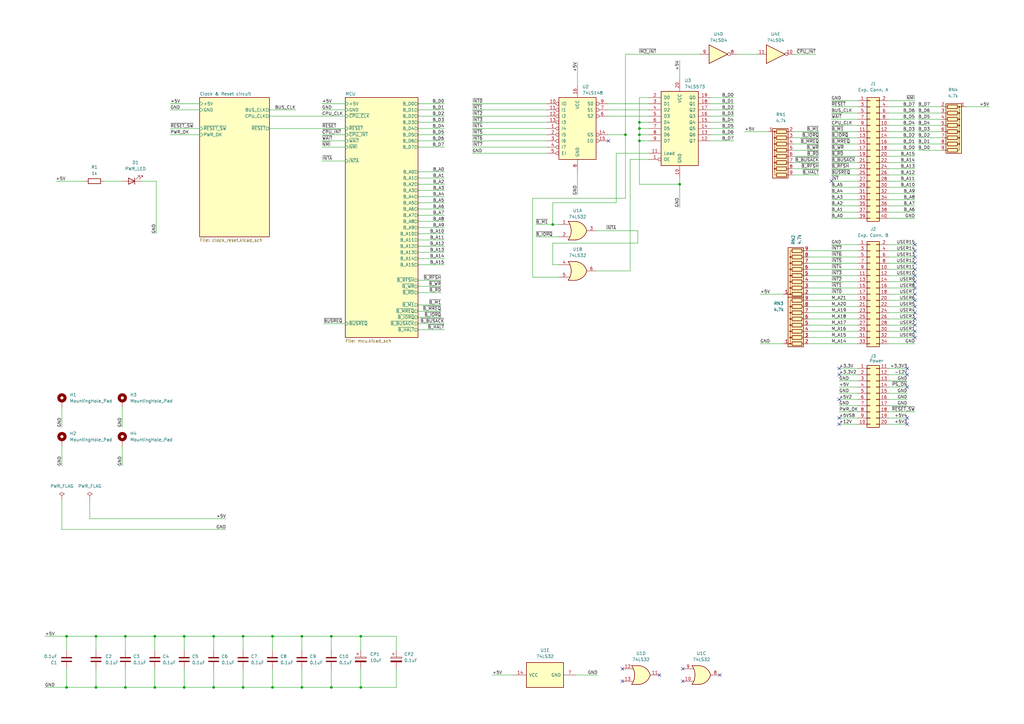
<source format=kicad_sch>
(kicad_sch (version 20230121) (generator eeschema)
  (paper "A3")
  (title_block (title "Simple Z80 board with priority IM2 interrupt decoding") (date "2023-09-05") (rev "2.3"))
  (junction (at 87.63 260.985))
  (junction (at 75.565 260.985))
  (junction (at 51.435 281.94))
  (junction (at 99.695 260.985))
  (junction (at 87.63 281.94))
  (junction (at 51.435 260.985))
  (junction (at 111.76 260.985))
  (junction (at 135.89 260.985))
  (junction (at 99.695 281.94))
  (junction (at 75.565 281.94))
  (junction (at 147.955 260.985))
  (junction (at 256.54 55.245))
  (junction (at 226.695 92.075))
  (junction (at 262.255 57.785))
  (junction (at 123.825 281.94))
  (junction (at 63.5 281.94))
  (junction (at 262.255 55.245))
  (junction (at 262.255 50.165))
  (junction (at 111.76 281.94))
  (junction (at 39.37 260.985))
  (junction (at 123.825 260.985))
  (junction (at 27.305 260.985))
  (junction (at 278.765 75.565))
  (junction (at 262.255 52.705))
  (junction (at 27.305 281.94))
  (junction (at 39.37 281.94))
  (junction (at 147.955 281.94))
  (junction (at 63.5 260.985))
  (junction (at 135.89 281.94))
  (no_connect (at 344.17 151.13))
  (no_connect (at 344.17 171.45))
  (no_connect (at 375.285 133.35))
  (no_connect (at 375.285 115.57))
  (no_connect (at 375.285 128.27))
  (no_connect (at 249.555 57.785))
  (no_connect (at 375.285 135.89))
  (no_connect (at 375.285 123.19))
  (no_connect (at 375.285 110.49))
  (no_connect (at 280.035 279.4))
  (no_connect (at 270.51 276.86))
  (no_connect (at 375.285 107.95))
  (no_connect (at 255.27 274.32))
  (no_connect (at 344.17 153.67))
  (no_connect (at 375.285 113.03))
  (no_connect (at 372.11 158.75))
  (no_connect (at 280.035 274.32))
  (no_connect (at 375.285 102.87))
  (no_connect (at 375.285 120.65))
  (no_connect (at 372.11 153.67))
  (no_connect (at 375.285 138.43))
  (no_connect (at 375.285 118.11))
  (no_connect (at 344.17 173.99))
  (no_connect (at 375.285 105.41))
  (no_connect (at 344.17 163.83))
  (no_connect (at 375.285 130.81))
  (no_connect (at 372.11 171.45))
  (no_connect (at 375.285 100.33))
  (no_connect (at 372.11 151.13))
  (no_connect (at 255.27 279.4))
  (no_connect (at 372.11 173.99))
  (no_connect (at 375.285 125.73))
  (no_connect (at 340.995 74.295))
  (no_connect (at 295.275 276.86))
  (wire (pts (xy 266.065 55.245) (xy 262.255 55.245)))
  (wire (pts (xy 252.73 62.865) (xy 252.73 83.185)))
  (wire (pts (xy 375.285 56.515) (xy 364.49 56.515)))
  (wire (pts (xy 182.245 135.255) (xy 171.45 135.255)))
  (wire (pts (xy 364.49 123.19) (xy 375.285 123.19)))
  (wire (pts (xy 25.4 204.47) (xy 25.4 217.17)))
  (wire (pts (xy 226.695 99.695) (xy 226.695 108.585)))
  (wire (pts (xy 42.545 74.295) (xy 50.165 74.295)))
  (wire (pts (xy 256.54 55.245) (xy 249.555 55.245)))
  (wire (pts (xy 331.47 105.41) (xy 351.79 105.41)))
  (wire (pts (xy 405.765 43.815) (xy 396.24 43.815)))
  (wire (pts (xy 123.825 274.32) (xy 123.825 281.94)))
  (wire (pts (xy 291.465 42.545) (xy 300.99 42.545)))
  (wire (pts (xy 331.47 107.95) (xy 351.79 107.95)))
  (wire (pts (xy 278.765 75.565) (xy 262.255 75.565)))
  (wire (pts (xy 218.44 81.28) (xy 256.54 81.28)))
  (wire (pts (xy 69.85 52.705) (xy 81.915 52.705)))
  (wire (pts (xy 340.995 56.515) (xy 351.79 56.515)))
  (wire (pts (xy 266.065 65.405) (xy 258.445 65.405)))
  (wire (pts (xy 335.915 66.675) (xy 325.12 66.675)))
  (wire (pts (xy 372.11 151.13) (xy 364.49 151.13)))
  (wire (pts (xy 340.995 66.675) (xy 351.79 66.675)))
  (wire (pts (xy 364.49 110.49) (xy 375.285 110.49)))
  (wire (pts (xy 121.285 45.085) (xy 110.49 45.085)))
  (wire (pts (xy 321.31 140.97) (xy 311.785 140.97)))
  (wire (pts (xy 50.165 167.005) (xy 50.165 175.26)))
  (wire (pts (xy 182.245 106.045) (xy 171.45 106.045)))
  (wire (pts (xy 261.62 94.615) (xy 261.62 99.695)))
  (wire (pts (xy 344.17 173.99) (xy 351.79 173.99)))
  (wire (pts (xy 372.11 171.45) (xy 364.49 171.45)))
  (wire (pts (xy 386.08 51.435) (xy 376.555 51.435)))
  (wire (pts (xy 249.555 42.545) (xy 266.065 42.545)))
  (wire (pts (xy 182.245 132.715) (xy 171.45 132.715)))
  (wire (pts (xy 331.47 133.35) (xy 351.79 133.35)))
  (wire (pts (xy 331.47 120.65) (xy 351.79 120.65)))
  (wire (pts (xy 278.765 24.765) (xy 278.765 32.385)))
  (wire (pts (xy 51.435 266.7) (xy 51.435 260.985)))
  (wire (pts (xy 182.245 90.805) (xy 171.45 90.805)))
  (wire (pts (xy 266.065 50.165) (xy 262.255 50.165)))
  (wire (pts (xy 375.285 61.595) (xy 364.49 61.595)))
  (wire (pts (xy 147.955 260.985) (xy 147.955 266.7)))
  (wire (pts (xy 182.245 47.625) (xy 171.45 47.625)))
  (wire (pts (xy 182.245 98.425) (xy 171.45 98.425)))
  (wire (pts (xy 63.5 260.985) (xy 75.565 260.985)))
  (wire (pts (xy 364.49 125.73) (xy 375.285 125.73)))
  (wire (pts (xy 340.995 89.535) (xy 351.79 89.535)))
  (wire (pts (xy 375.285 140.97) (xy 364.49 140.97)))
  (wire (pts (xy 375.285 71.755) (xy 364.49 71.755)))
  (wire (pts (xy 335.915 59.055) (xy 325.12 59.055)))
  (wire (pts (xy 182.245 50.165) (xy 171.45 50.165)))
  (wire (pts (xy 39.37 260.985) (xy 51.435 260.985)))
  (wire (pts (xy 27.305 274.32) (xy 27.305 281.94)))
  (wire (pts (xy 262.255 75.565) (xy 262.255 57.785)))
  (wire (pts (xy 262.255 50.165) (xy 262.255 40.005)))
  (wire (pts (xy 180.975 127.635) (xy 171.45 127.635)))
  (wire (pts (xy 132.08 42.545) (xy 141.605 42.545)))
  (wire (pts (xy 375.285 76.835) (xy 364.49 76.835)))
  (wire (pts (xy 25.4 182.88) (xy 25.4 191.135)))
  (wire (pts (xy 364.49 120.65) (xy 375.285 120.65)))
  (wire (pts (xy 340.995 61.595) (xy 351.79 61.595)))
  (wire (pts (xy 147.955 281.94) (xy 147.955 274.32)))
  (wire (pts (xy 344.17 166.37) (xy 351.79 166.37)))
  (wire (pts (xy 375.285 81.915) (xy 364.49 81.915)))
  (wire (pts (xy 244.475 94.615) (xy 261.62 94.615)))
  (wire (pts (xy 132.08 66.04) (xy 141.605 66.04)))
  (wire (pts (xy 372.11 166.37) (xy 364.49 166.37)))
  (wire (pts (xy 364.49 107.95) (xy 375.285 107.95)))
  (wire (pts (xy 344.17 158.75) (xy 351.79 158.75)))
  (wire (pts (xy 375.285 74.295) (xy 364.49 74.295)))
  (wire (pts (xy 182.245 103.505) (xy 171.45 103.505)))
  (wire (pts (xy 132.08 55.245) (xy 141.605 55.245)))
  (wire (pts (xy 340.995 74.295) (xy 351.79 74.295)))
  (wire (pts (xy 182.245 78.105) (xy 171.45 78.105)))
  (wire (pts (xy 335.915 53.975) (xy 325.12 53.975)))
  (wire (pts (xy 375.285 69.215) (xy 364.49 69.215)))
  (wire (pts (xy 375.285 135.89) (xy 364.49 135.89)))
  (wire (pts (xy 375.285 43.815) (xy 364.49 43.815)))
  (wire (pts (xy 340.995 64.135) (xy 351.79 64.135)))
  (wire (pts (xy 219.71 97.155) (xy 229.235 97.155)))
  (wire (pts (xy 87.63 266.7) (xy 87.63 260.985)))
  (wire (pts (xy 99.695 266.7) (xy 99.695 260.985)))
  (wire (pts (xy 335.915 71.755) (xy 325.12 71.755)))
  (wire (pts (xy 111.76 281.94) (xy 123.825 281.94)))
  (wire (pts (xy 375.285 53.975) (xy 364.49 53.975)))
  (wire (pts (xy 375.285 66.675) (xy 364.49 66.675)))
  (wire (pts (xy 51.435 260.985) (xy 63.5 260.985)))
  (wire (pts (xy 372.11 156.21) (xy 364.49 156.21)))
  (wire (pts (xy 25.4 217.17) (xy 92.71 217.17)))
  (wire (pts (xy 36.83 212.725) (xy 92.71 212.725)))
  (wire (pts (xy 182.245 108.585) (xy 171.45 108.585)))
  (wire (pts (xy 226.695 83.185) (xy 226.695 92.075)))
  (wire (pts (xy 252.73 83.185) (xy 226.695 83.185)))
  (wire (pts (xy 372.11 153.67) (xy 364.49 153.67)))
  (wire (pts (xy 344.17 153.67) (xy 351.79 153.67)))
  (wire (pts (xy 340.995 48.895) (xy 351.79 48.895)))
  (wire (pts (xy 375.285 79.375) (xy 364.49 79.375)))
  (wire (pts (xy 258.445 65.405) (xy 258.445 111.125)))
  (wire (pts (xy 256.54 55.245) (xy 256.54 22.225)))
  (wire (pts (xy 364.49 102.87) (xy 375.285 102.87)))
  (wire (pts (xy 224.155 62.865) (xy 193.675 62.865)))
  (wire (pts (xy 193.675 42.545) (xy 224.155 42.545)))
  (wire (pts (xy 123.825 266.7) (xy 123.825 260.985)))
  (wire (pts (xy 180.975 120.015) (xy 171.45 120.015)))
  (wire (pts (xy 340.995 69.215) (xy 351.79 69.215)))
  (wire (pts (xy 340.995 79.375) (xy 351.79 79.375)))
  (wire (pts (xy 27.305 281.94) (xy 39.37 281.94)))
  (wire (pts (xy 25.4 167.005) (xy 25.4 175.26)))
  (wire (pts (xy 340.995 59.055) (xy 351.79 59.055)))
  (wire (pts (xy 193.675 55.245) (xy 224.155 55.245)))
  (wire (pts (xy 331.47 113.03) (xy 351.79 113.03)))
  (wire (pts (xy 311.785 120.65) (xy 321.31 120.65)))
  (wire (pts (xy 236.855 25.4) (xy 236.855 34.925)))
  (wire (pts (xy 331.47 102.87) (xy 351.79 102.87)))
  (wire (pts (xy 340.995 46.355) (xy 351.79 46.355)))
  (wire (pts (xy 111.76 260.985) (xy 123.825 260.985)))
  (wire (pts (xy 219.71 92.075) (xy 226.695 92.075)))
  (wire (pts (xy 291.465 55.245) (xy 300.99 55.245)))
  (wire (pts (xy 201.93 276.86) (xy 210.82 276.86)))
  (wire (pts (xy 110.49 47.625) (xy 141.605 47.625)))
  (wire (pts (xy 182.245 95.885) (xy 171.45 95.885)))
  (wire (pts (xy 278.765 75.565) (xy 278.765 85.09)))
  (wire (pts (xy 75.565 266.7) (xy 75.565 260.985)))
  (wire (pts (xy 182.245 85.725) (xy 171.45 85.725)))
  (wire (pts (xy 39.37 274.32) (xy 39.37 281.94)))
  (wire (pts (xy 18.415 281.94) (xy 27.305 281.94)))
  (wire (pts (xy 245.11 276.86) (xy 236.22 276.86)))
  (wire (pts (xy 132.08 60.325) (xy 141.605 60.325)))
  (wire (pts (xy 262.255 52.705) (xy 262.255 50.165)))
  (wire (pts (xy 180.975 114.935) (xy 171.45 114.935)))
  (wire (pts (xy 262.255 57.785) (xy 262.255 55.245)))
  (wire (pts (xy 364.49 118.11) (xy 375.285 118.11)))
  (wire (pts (xy 344.17 163.83) (xy 351.79 163.83)))
  (wire (pts (xy 193.675 52.705) (xy 224.155 52.705)))
  (wire (pts (xy 340.995 51.435) (xy 351.79 51.435)))
  (wire (pts (xy 193.675 57.785) (xy 224.155 57.785)))
  (wire (pts (xy 261.62 99.695) (xy 226.695 99.695)))
  (wire (pts (xy 39.37 266.7) (xy 39.37 260.985)))
  (wire (pts (xy 375.285 86.995) (xy 364.49 86.995)))
  (wire (pts (xy 331.47 123.19) (xy 351.79 123.19)))
  (wire (pts (xy 291.465 57.785) (xy 300.99 57.785)))
  (wire (pts (xy 364.49 161.29) (xy 372.11 161.29)))
  (wire (pts (xy 75.565 260.985) (xy 87.63 260.985)))
  (wire (pts (xy 162.56 260.985) (xy 162.56 266.7)))
  (wire (pts (xy 135.89 260.985) (xy 147.955 260.985)))
  (wire (pts (xy 99.695 274.32) (xy 99.695 281.94)))
  (wire (pts (xy 218.44 113.665) (xy 218.44 81.28)))
  (wire (pts (xy 364.49 128.27) (xy 375.285 128.27)))
  (wire (pts (xy 39.37 281.94) (xy 51.435 281.94)))
  (wire (pts (xy 386.08 48.895) (xy 376.555 48.895)))
  (wire (pts (xy 340.995 71.755) (xy 351.79 71.755)))
  (wire (pts (xy 180.975 117.475) (xy 171.45 117.475)))
  (wire (pts (xy 182.245 80.645) (xy 171.45 80.645)))
  (wire (pts (xy 291.465 50.165) (xy 300.99 50.165)))
  (wire (pts (xy 180.975 130.175) (xy 171.45 130.175)))
  (wire (pts (xy 335.915 61.595) (xy 325.12 61.595)))
  (wire (pts (xy 386.08 53.975) (xy 376.555 53.975)))
  (wire (pts (xy 135.89 266.7) (xy 135.89 260.985)))
  (wire (pts (xy 344.17 151.13) (xy 351.79 151.13)))
  (wire (pts (xy 375.285 84.455) (xy 364.49 84.455)))
  (wire (pts (xy 135.89 281.94) (xy 147.955 281.94)))
  (wire (pts (xy 386.08 61.595) (xy 376.555 61.595)))
  (wire (pts (xy 372.11 163.83) (xy 364.49 163.83)))
  (wire (pts (xy 340.995 76.835) (xy 351.79 76.835)))
  (wire (pts (xy 51.435 281.94) (xy 63.5 281.94)))
  (wire (pts (xy 18.415 260.985) (xy 27.305 260.985)))
  (wire (pts (xy 375.285 133.35) (xy 364.49 133.35)))
  (wire (pts (xy 331.47 125.73) (xy 351.79 125.73)))
  (wire (pts (xy 182.245 70.485) (xy 171.45 70.485)))
  (wire (pts (xy 171.45 42.545) (xy 182.245 42.545)))
  (wire (pts (xy 291.465 52.705) (xy 300.99 52.705)))
  (wire (pts (xy 344.17 168.91) (xy 351.79 168.91)))
  (wire (pts (xy 372.11 173.99) (xy 364.49 173.99)))
  (wire (pts (xy 258.445 111.125) (xy 244.475 111.125)))
  (wire (pts (xy 344.17 171.45) (xy 351.79 171.45)))
  (wire (pts (xy 182.245 75.565) (xy 171.45 75.565)))
  (wire (pts (xy 291.465 40.005) (xy 300.99 40.005)))
  (wire (pts (xy 340.995 84.455) (xy 351.79 84.455)))
  (wire (pts (xy 291.465 45.085) (xy 300.99 45.085)))
  (wire (pts (xy 51.435 274.32) (xy 51.435 281.94)))
  (wire (pts (xy 81.915 55.245) (xy 69.85 55.245)))
  (wire (pts (xy 182.245 45.085) (xy 171.45 45.085)))
  (wire (pts (xy 386.08 59.055) (xy 376.555 59.055)))
  (wire (pts (xy 278.765 73.025) (xy 278.765 75.565)))
  (wire (pts (xy 111.76 266.7) (xy 111.76 260.985)))
  (wire (pts (xy 340.995 100.33) (xy 351.79 100.33)))
  (wire (pts (xy 386.08 46.355) (xy 376.555 46.355)))
  (wire (pts (xy 335.915 64.135) (xy 325.12 64.135)))
  (wire (pts (xy 291.465 47.625) (xy 300.99 47.625)))
  (wire (pts (xy 22.86 74.295) (xy 34.925 74.295)))
  (wire (pts (xy 64.135 74.295) (xy 64.135 95.885)))
  (wire (pts (xy 331.47 130.81) (xy 351.79 130.81)))
  (wire (pts (xy 375.285 51.435) (xy 364.49 51.435)))
  (wire (pts (xy 135.89 274.32) (xy 135.89 281.94)))
  (wire (pts (xy 335.915 69.215) (xy 325.12 69.215)))
  (wire (pts (xy 375.285 89.535) (xy 364.49 89.535)))
  (wire (pts (xy 182.245 60.325) (xy 171.45 60.325)))
  (wire (pts (xy 331.47 115.57) (xy 351.79 115.57)))
  (wire (pts (xy 331.47 128.27) (xy 351.79 128.27)))
  (wire (pts (xy 372.11 158.75) (xy 364.49 158.75)))
  (wire (pts (xy 147.955 260.985) (xy 162.56 260.985)))
  (wire (pts (xy 182.245 83.185) (xy 171.45 83.185)))
  (wire (pts (xy 266.065 45.085) (xy 249.555 45.085)))
  (wire (pts (xy 180.975 125.095) (xy 171.45 125.095)))
  (wire (pts (xy 50.165 182.88) (xy 50.165 191.135)))
  (wire (pts (xy 386.08 43.815) (xy 376.555 43.815)))
  (wire (pts (xy 335.915 56.515) (xy 325.12 56.515)))
  (wire (pts (xy 64.135 74.295) (xy 57.785 74.295)))
  (wire (pts (xy 193.675 50.165) (xy 224.155 50.165)))
  (wire (pts (xy 99.695 281.94) (xy 111.76 281.94)))
  (wire (pts (xy 340.995 86.995) (xy 351.79 86.995)))
  (wire (pts (xy 375.285 64.135) (xy 364.49 64.135)))
  (wire (pts (xy 63.5 266.7) (xy 63.5 260.985)))
  (wire (pts (xy 193.675 47.625) (xy 224.155 47.625)))
  (wire (pts (xy 141.605 132.715) (xy 132.715 132.715)))
  (wire (pts (xy 27.305 260.985) (xy 39.37 260.985)))
  (wire (pts (xy 334.645 22.225) (xy 325.755 22.225)))
  (wire (pts (xy 236.855 70.485) (xy 236.855 80.01)))
  (wire (pts (xy 123.825 281.94) (xy 135.89 281.94)))
  (wire (pts (xy 386.08 56.515) (xy 376.555 56.515)))
  (wire (pts (xy 340.995 41.275) (xy 351.79 41.275)))
  (wire (pts (xy 375.285 41.275) (xy 364.49 41.275)))
  (wire (pts (xy 364.49 113.03) (xy 375.285 113.03)))
  (wire (pts (xy 63.5 281.94) (xy 75.565 281.94)))
  (wire (pts (xy 229.235 113.665) (xy 218.44 113.665)))
  (wire (pts (xy 266.065 62.865) (xy 252.73 62.865)))
  (wire (pts (xy 182.245 57.785) (xy 171.45 57.785)))
  (wire (pts (xy 182.245 55.245) (xy 171.45 55.245)))
  (wire (pts (xy 69.85 42.545) (xy 81.915 42.545)))
  (wire (pts (xy 256.54 22.225) (xy 287.02 22.225)))
  (wire (pts (xy 266.065 57.785) (xy 262.255 57.785)))
  (wire (pts (xy 375.285 130.81) (xy 364.49 130.81)))
  (wire (pts (xy 262.255 55.245) (xy 262.255 52.705)))
  (wire (pts (xy 262.255 52.705) (xy 266.065 52.705)))
  (wire (pts (xy 141.605 45.085) (xy 132.08 45.085)))
  (wire (pts (xy 375.285 48.895) (xy 364.49 48.895)))
  (wire (pts (xy 375.285 138.43) (xy 364.49 138.43)))
  (wire (pts (xy 331.47 135.89) (xy 351.79 135.89)))
  (wire (pts (xy 331.47 110.49) (xy 351.79 110.49)))
  (wire (pts (xy 182.245 100.965) (xy 171.45 100.965)))
  (wire (pts (xy 193.675 45.085) (xy 224.155 45.085)))
  (wire (pts (xy 375.285 168.91) (xy 364.49 168.91)))
  (wire (pts (xy 331.47 140.97) (xy 351.79 140.97)))
  (wire (pts (xy 340.995 43.815) (xy 351.79 43.815)))
  (wire (pts (xy 110.49 52.705) (xy 141.605 52.705)))
  (wire (pts (xy 249.555 47.625) (xy 266.065 47.625)))
  (wire (pts (xy 344.17 156.21) (xy 351.79 156.21)))
  (wire (pts (xy 87.63 281.94) (xy 99.695 281.94)))
  (wire (pts (xy 256.54 81.28) (xy 256.54 55.245)))
  (wire (pts (xy 162.56 281.94) (xy 162.56 274.32)))
  (wire (pts (xy 226.695 108.585) (xy 229.235 108.585)))
  (wire (pts (xy 87.63 260.985) (xy 99.695 260.985)))
  (wire (pts (xy 111.76 274.32) (xy 111.76 281.94)))
  (wire (pts (xy 99.695 260.985) (xy 111.76 260.985)))
  (wire (pts (xy 193.675 60.325) (xy 224.155 60.325)))
  (wire (pts (xy 87.63 274.32) (xy 87.63 281.94)))
  (wire (pts (xy 182.245 88.265) (xy 171.45 88.265)))
  (wire (pts (xy 147.955 281.94) (xy 162.56 281.94)))
  (wire (pts (xy 123.825 260.985) (xy 135.89 260.985)))
  (wire (pts (xy 262.255 40.005) (xy 266.065 40.005)))
  (wire (pts (xy 132.08 57.785) (xy 141.605 57.785)))
  (wire (pts (xy 364.49 100.33) (xy 375.285 100.33)))
  (wire (pts (xy 364.49 105.41) (xy 375.285 105.41)))
  (wire (pts (xy 331.47 118.11) (xy 351.79 118.11)))
  (wire (pts (xy 331.47 138.43) (xy 351.79 138.43)))
  (wire (pts (xy 305.435 53.975) (xy 314.96 53.975)))
  (wire (pts (xy 344.17 161.29) (xy 351.79 161.29)))
  (wire (pts (xy 364.49 115.57) (xy 375.285 115.57)))
  (wire (pts (xy 75.565 281.94) (xy 87.63 281.94)))
  (wire (pts (xy 27.305 266.7) (xy 27.305 260.985)))
  (wire (pts (xy 182.245 73.025) (xy 171.45 73.025)))
  (wire (pts (xy 375.285 46.355) (xy 364.49 46.355)))
  (wire (pts (xy 226.695 92.075) (xy 229.235 92.075)))
  (wire (pts (xy 63.5 274.32) (xy 63.5 281.94)))
  (wire (pts (xy 302.26 22.225) (xy 310.515 22.225)))
  (wire (pts (xy 182.245 93.345) (xy 171.45 93.345)))
  (wire (pts (xy 375.285 59.055) (xy 364.49 59.055)))
  (wire (pts (xy 182.245 52.705) (xy 171.45 52.705)))
  (wire (pts (xy 340.995 81.915) (xy 351.79 81.915)))
  (wire (pts (xy 36.83 204.47) (xy 36.83 212.725)))
  (wire (pts (xy 81.915 45.085) (xy 69.85 45.085)))
  (wire (pts (xy 75.565 274.32) (xy 75.565 281.94)))
  (wire (pts (xy 340.995 53.975) (xy 351.79 53.975)))
  (label "GND" (at 50.165 175.26 90))
  (label "CPU_CLK" (at 132.08 47.625 0))
  (label "USER4" (at 375.285 128.27 180))
  (label "~{RESET}" (at 340.995 43.815 0))
  (label "B_D4" (at 376.555 51.435 0))
  (label "GND" (at 25.4 191.135 90))
  (label "B_D3" (at 300.99 47.625 180))
  (label "USER9" (at 375.285 115.57 180))
  (label "B_D0" (at 182.245 42.545 180))
  (label "GND" (at 372.11 163.83 180))
  (label "~{INT}" (at 340.995 74.295 0))
  (label "B_A3" (at 182.245 78.105 180))
  (label "B_A1" (at 340.995 86.995 0))
  (label "GND" (at 50.165 191.135 90))
  (label "B_A9" (at 375.285 79.375 180))
  (label "B_D2" (at 182.245 47.625 180))
  (label "B_D4" (at 375.285 51.435 180))
  (label "B_A7" (at 182.245 88.265 180))
  (label "GND" (at 340.995 41.275 0))
  (label "B_A8" (at 182.245 90.805 180))
  (label "B_D1" (at 300.99 42.545 180))
  (label "B_D4" (at 300.99 50.165 180))
  (label "B_A8" (at 375.285 81.915 180))
  (label "~{B_HALT}" (at 182.245 135.255 180))
  (label "+5V2" (at 344.17 163.83 0))
  (label "~{PS_ON}" (at 372.11 158.75 180))
  (label "B_A5" (at 340.995 76.835 0))
  (label "B_D6" (at 376.555 46.355 0))
  (label "M_A14" (at 340.995 140.97 0))
  (label "B_A4" (at 340.995 79.375 0))
  (label "~{INT0}" (at 193.675 42.545 0))
  (label "~{INT1}" (at 340.995 118.11 0))
  (label "~{RESET_SW}" (at 69.85 52.705 0))
  (label "~{INT7}" (at 193.675 60.325 0))
  (label "~{INT2}" (at 193.675 47.625 0))
  (label "BUS_CLK" (at 340.995 46.355 0))
  (label "~{INT0}" (at 340.995 120.65 0))
  (label "~{B_MREQ}" (at 180.975 127.635 180))
  (label "~{RESET}" (at 132.08 52.705 0))
  (label "~{B_M1}" (at 340.995 53.975 0))
  (label "+5V" (at 236.855 25.4 270))
  (label "GND" (at 340.995 100.33 0))
  (label "B_A6" (at 375.285 86.995 180))
  (label "B_D5" (at 300.99 52.705 180))
  (label "USER10" (at 375.285 113.03 180))
  (label "GND" (at 236.855 80.01 90))
  (label "B_A3" (at 340.995 81.915 0))
  (label "B_A14" (at 182.245 106.045 180))
  (label "B_D5" (at 375.285 48.895 180))
  (label "B_D3" (at 375.285 53.975 180))
  (label "+5V" (at 92.71 212.725 180))
  (label "~{B_IORQ}" (at 335.915 56.515 180))
  (label "~{B_RFSH}" (at 340.995 69.215 0))
  (label "USER13" (at 375.285 105.41 180))
  (label "USER2" (at 375.285 133.35 180))
  (label "USER5" (at 375.285 125.73 180))
  (label "B_D6" (at 182.245 57.785 180))
  (label "B_A7" (at 375.285 84.455 180))
  (label "+5V" (at 132.08 42.545 0))
  (label "B_A6" (at 182.245 85.725 180))
  (label "~{B_BUSACK}" (at 182.245 132.715 180))
  (label "CPU_CLK" (at 340.995 51.435 0))
  (label "B_D7" (at 182.245 60.325 180))
  (label "GND" (at 344.17 156.21 0))
  (label "GND" (at 25.4 175.26 90))
  (label "B_D6" (at 375.285 46.355 180))
  (label "B_D5" (at 182.245 55.245 180))
  (label "USER14" (at 375.285 102.87 180))
  (label "GND" (at 245.11 276.86 180))
  (label "~{B_RD}" (at 335.915 64.135 180))
  (label "GND" (at 92.71 217.17 180))
  (label "~{B_M1}" (at 219.71 92.075 0))
  (label "B_A0" (at 182.245 70.485 180))
  (label "M_A20" (at 340.995 125.73 0))
  (label "USER8" (at 375.285 118.11 180))
  (label "~{NMI}" (at 375.285 41.275 180))
  (label "PWR_OK" (at 344.17 168.91 0))
  (label "~{WAIT}" (at 340.995 48.895 0))
  (label "B_A11" (at 375.285 74.295 180))
  (label "+5V3" (at 372.11 173.99 180))
  (label "B_D7" (at 375.285 43.815 180))
  (label "B_D3" (at 182.245 50.165 180))
  (label "~{B_RD}" (at 180.975 120.015 180))
  (label "+5V" (at 311.785 120.65 0))
  (label "~{B_IORQ}" (at 180.975 130.175 180))
  (label "GND" (at 278.765 85.09 90))
  (label "B_D7" (at 376.555 43.815 0))
  (label "B_D3" (at 376.555 53.975 0))
  (label "B_A13" (at 375.285 69.215 180))
  (label "USER3" (at 375.285 130.81 180))
  (label "+5V" (at 201.93 276.86 0))
  (label "-12V" (at 372.11 153.67 180))
  (label "B_A4" (at 182.245 80.645 180))
  (label "+5V" (at 278.765 24.765 270))
  (label "BUS_CLK" (at 121.285 45.085 180))
  (label "B_D6" (at 300.99 55.245 180))
  (label "PWR_OK" (at 69.85 55.245 0))
  (label "~{B_BUSACK}" (at 340.995 66.675 0))
  (label "~{B_HALT}" (at 335.915 71.755 180))
  (label "M_A15" (at 340.995 138.43 0))
  (label "B_A10" (at 375.285 76.835 180))
  (label "~{B_MREQ}" (at 340.995 59.055 0))
  (label "+5V" (at 405.765 43.815 180))
  (label "USER11" (at 375.285 110.49 180))
  (label "GND" (at 18.415 281.94 0))
  (label "~{IM2_INT}" (at 269.24 22.225 180))
  (label "+3.3V" (at 344.17 151.13 0))
  (label "B_A9" (at 182.245 93.345 180))
  (label "USER0" (at 375.285 138.43 180))
  (label "~{INT5}" (at 340.995 107.95 0))
  (label "M_A16" (at 340.995 135.89 0))
  (label "~{BUSREQ}" (at 132.715 132.715 0))
  (label "GND" (at 311.785 140.97 0))
  (label "~{RESET_SW}" (at 375.285 168.91 180))
  (label "~{B_MREQ}" (at 335.915 59.055 180))
  (label "~{INT3}" (at 193.675 50.165 0))
  (label "GND" (at 193.675 62.865 0))
  (label "B_D0" (at 375.285 61.595 180))
  (label "B_A2" (at 182.245 75.565 180))
  (label "+3.3V3" (at 372.11 151.13 180))
  (label "+5VSB" (at 344.17 171.45 0))
  (label "~{INT1}" (at 193.675 45.085 0))
  (label "USER7" (at 375.285 120.65 180))
  (label "~{INTA}" (at 132.08 66.04 0))
  (label "+3.3V2" (at 344.17 153.67 0))
  (label "~{INT6}" (at 193.675 57.785 0))
  (label "GND" (at 132.08 45.085 0))
  (label "~{B_M1}" (at 180.975 125.095 180))
  (label "GND" (at 372.11 156.21 180))
  (label "B_A5" (at 182.245 83.185 180))
  (label "GND" (at 344.17 166.37 0))
  (label "USER1" (at 375.285 135.89 180))
  (label "~{INTA}" (at 252.73 94.615 180))
  (label "B_A13" (at 182.245 103.505 180))
  (label "~{B_M1}" (at 335.915 53.975 180))
  (label "M_A19" (at 340.995 128.27 0))
  (label "~{B_RFSH}" (at 335.915 69.215 180))
  (label "B_A15" (at 182.245 108.585 180))
  (label "~{B_WR}" (at 340.995 61.595 0))
  (label "GND" (at 375.285 89.535 180))
  (label "B_D2" (at 375.285 56.515 180))
  (label "~{INT6}" (at 340.995 105.41 0))
  (label "B_D7" (at 300.99 57.785 180))
  (label "~{INT2}" (at 340.995 115.57 0))
  (label "GND" (at 64.135 95.885 90))
  (label "~{INT5}" (at 193.675 55.245 0))
  (label "~{NMI}" (at 132.08 60.325 0))
  (label "B_A2" (at 340.995 84.455 0))
  (label "~{B_WR}" (at 180.975 117.475 180))
  (label "USER15" (at 375.285 100.33 180))
  (label "B_D2" (at 300.99 45.085 180))
  (label "M_A21" (at 340.995 123.19 0))
  (label "M_A18" (at 340.995 130.81 0))
  (label "B_A0" (at 340.995 89.535 0))
  (label "B_A12" (at 375.285 71.755 180))
  (label "B_A11" (at 182.245 98.425 180))
  (label "B_D1" (at 182.245 45.085 180))
  (label "B_D2" (at 376.555 56.515 0))
  (label "+5V4" (at 372.11 171.45 180))
  (label "+5V" (at 344.17 158.75 0))
  (label "B_A1" (at 182.245 73.025 180))
  (label "+5V" (at 69.85 42.545 0))
  (label "GND" (at 372.11 166.37 180))
  (label "~{B_IORQ}" (at 340.995 56.515 0))
  (label "USER6" (at 375.285 123.19 180))
  (label "~{B_RFSH}" (at 180.975 114.935 180))
  (label "B_D0" (at 300.99 40.005 180))
  (label "B_A14" (at 375.285 66.675 180))
  (label "USER12" (at 375.285 107.95 180))
  (label "~{CPU_INT}" (at 132.08 55.245 0))
  (label "B_D0" (at 376.555 61.595 0))
  (label "+12V" (at 344.17 173.99 0))
  (label "~{B_RD}" (at 340.995 64.135 0))
  (label "~{WAIT}" (at 132.08 57.785 0))
  (label "B_D4" (at 182.245 52.705 180))
  (label "GND" (at 69.85 45.085 0))
  (label "M_A17" (at 340.995 133.35 0))
  (label "+5V" (at 18.415 260.985 0))
  (label "~{INT4}" (at 193.675 52.705 0))
  (label "~{BUSREQ}" (at 340.995 71.755 0))
  (label "GND" (at 372.11 161.29 180))
  (label "~{INT4}" (at 340.995 110.49 0))
  (label "~{INT7}" (at 340.995 102.87 0))
  (label "B_A10" (at 182.245 95.885 180))
  (label "+5V" (at 22.86 74.295 0))
  (label "+5V" (at 305.435 53.975 0))
  (label "GND" (at 375.285 140.97 180))
  (label "~{B_BUSACK}" (at 335.915 66.675 180))
  (label "B_D1" (at 375.285 59.055 180))
  (label "B_A12" (at 182.245 100.965 180))
  (label "~{CPU_INT}" (at 334.645 22.225 180))
  (label "B_D5" (at 376.555 48.895 0))
  (label "B_A15" (at 375.285 64.135 180))
  (label "GND" (at 344.17 161.29 0))
  (label "~{B_IORQ}" (at 219.71 97.155 0))
  (label "B_D1" (at 376.555 59.055 0))
  (label "~{INT3}" (at 340.995 113.03 0))
  (label "~{B_WR}" (at 335.915 61.595 180))
  (symbol (lib_id "Device:C") (at 135.89 270.51 0) (unit 1)
    (property "Reference" "C10" (at 139.065 269.24 0) (effects (justify left)))
    (property "Value" "0.1uF" (at 139.065 271.78 0) (effects (justify left)))
    (property "Footprint" "Capacitor_THT:C_Disc_D5.0mm_W2.5mm_P2.50mm" (effects hide))
  )
  (symbol (lib_id "power:PWR_FLAG") (at 36.83 204.47 0) (unit 1)
    (property "Reference" "#FLG02" (effects hide))
    (property "Value" "PWR_FLAG" (at 36.83 199.39 0))
  )
  (symbol (lib_id "Device:R_Network08") (at 326.39 110.49 90) (unit 1)
    (property "Reference" "RN2" (at 325.374 100.33 0) (effects (justify left)))
    (property "Value" "4.7k" (at 327.914 100.33 0) (effects (justify left)))
    (property "Footprint" "Resistor_THT:R_Array_SIP9" (effects hide))
    (property "Datasheet" "http://www.vishay.com/docs/31509/csc.pdf" (effects hide))
  )
  (symbol (lib_id "Mechanical:MountingHole_Pad") (at 50.165 180.34 0) (unit 1)
    (property "Reference" "H4" (at 53.34 177.7999 0) (effects (justify left)))
    (property "Value" "MountingHole_Pad" (at 53.34 180.3399 0) (effects (justify left)))
    (property "Footprint" "MountingHole:MountingHole_3.2mm_M3_ISO7380_Pad" (effects hide))
  )
  (symbol (lib_id "Device:C") (at 111.76 270.51 0) (unit 1)
    (property "Reference" "C8" (at 114.935 269.24 0) (effects (justify left)))
    (property "Value" "0.1uF" (at 114.935 271.78 0) (effects (justify left)))
    (property "Footprint" "Capacitor_THT:C_Disc_D5.0mm_W2.5mm_P2.50mm" (effects hide))
  )
  (symbol (lib_id "74xx:74LS32") (at 287.655 276.86 0) (unit 3)
    (property "Reference" "U1" (at 287.655 267.97 0))
    (property "Value" "74LS32" (at 287.655 270.51 0))
    (property "Footprint" "Package_DIP:DIP-14_W7.62mm_Socket" (effects hide))
    (property "Datasheet" "http://www.ti.com/lit/gpn/sn74LS32" (effects hide))
  )
  (symbol (lib_id "74xx:74LS04") (at 318.135 22.225 0) (unit 5)
    (property "Reference" "U4" (at 318.135 13.97 0))
    (property "Value" "74LS04" (at 318.135 16.51 0))
    (property "Footprint" "Package_DIP:DIP-14_W7.62mm_Socket" (effects hide))
    (property "Datasheet" "http://www.ti.com/lit/gpn/sn74LS04" (effects hide))
  )
  (symbol (lib_id "Device:C") (at 39.37 270.51 180) (unit 1)
    (property "Reference" "C2" (at 43.18 269.24 0) (effects (justify right)))
    (property "Value" "0.1uF" (at 43.18 271.78 0) (effects (justify right)))
    (property "Footprint" "Capacitor_THT:C_Disc_D5.0mm_W2.5mm_P2.50mm" (effects hide))
  )
  (symbol (lib_id "74xx:74LS32") (at 236.855 111.125 0) (unit 2)
    (property "Reference" "U1" (at 236.855 102.235 0))
    (property "Value" "74LS32" (at 236.855 104.775 0))
    (property "Footprint" "Package_DIP:DIP-14_W7.62mm_Socket" (effects hide))
    (property "Datasheet" "http://www.ti.com/lit/gpn/sn74LS32" (effects hide))
  )
  (symbol (lib_id "74xx:74LS32") (at 223.52 276.86 90) (unit 5)
    (property "Reference" "U1" (at 223.52 266.7 90))
    (property "Value" "74LS32" (at 223.52 269.24 90))
    (property "Footprint" "Package_DIP:DIP-14_W7.62mm_Socket" (effects hide))
    (property "Datasheet" "http://www.ti.com/lit/gpn/sn74LS32" (effects hide))
  )
  (symbol (lib_id "Mechanical:MountingHole_Pad") (at 25.4 164.465 0) (unit 1)
    (property "Reference" "H1" (at 28.575 161.9249 0) (effects (justify left)))
    (property "Value" "MountingHole_Pad" (at 28.575 164.4649 0) (effects (justify left)))
    (property "Footprint" "MountingHole:MountingHole_3.2mm_M3_ISO7380_Pad" (effects hide))
  )
  (symbol (lib_id "Device:R_Network08") (at 320.04 64.135 90) (mirror x) (unit 1)
    (property "Reference" "RN1" (at 320.294 46.99 90))
    (property "Value" "4.7k" (at 320.294 49.53 90))
    (property "Footprint" "Resistor_THT:R_Array_SIP9" (effects hide))
    (property "Datasheet" "http://www.vishay.com/docs/31509/csc.pdf" (effects hide))
  )
  (symbol (lib_id "Device:R_Network08") (at 391.16 53.975 270) (unit 1)
    (property "Reference" "RN4" (at 390.906 36.83 90))
    (property "Value" "4.7k" (at 390.906 39.37 90))
    (property "Footprint" "Resistor_THT:R_Array_SIP9" (effects hide))
    (property "Datasheet" "http://www.vishay.com/docs/31509/csc.pdf" (effects hide))
  )
  (symbol (lib_id "Device:LED") (at 53.975 74.295 180) (unit 1)
    (property "Reference" "D1" (at 55.5625 66.675 0))
    (property "Value" "PWR_LED" (at 55.5625 69.215 0))
    (property "Footprint" "LED_THT:LED_D3.0mm" (effects hide))
  )
  (symbol (lib_id "Mechanical:MountingHole_Pad") (at 50.165 164.465 0) (unit 1)
    (property "Reference" "H3" (at 53.34 161.9249 0) (effects (justify left)))
    (property "Value" "MountingHole_Pad" (at 53.34 164.4649 0) (effects (justify left)))
    (property "Footprint" "MountingHole:MountingHole_3.2mm_M3_ISO7380_Pad" (effects hide))
  )
  (symbol (lib_id "Connector_Generic:Conn_02x10_Top_Bottom") (at 356.87 161.29 0) (unit 1)
    (property "Reference" "J3" (at 358.14 146.05 0))
    (property "Value" "Power" (at 359.41 147.955 0))
    (property "Footprint" "Connector_IDC:IDC-Header_2x10_P2.54mm_Horizontal" (effects hide))
  )
  (symbol (lib_id "74xx:74LS32") (at 262.89 276.86 0) (unit 4)
    (property "Reference" "U1" (at 262.89 267.97 0))
    (property "Value" "74LS32" (at 262.89 270.51 0))
    (property "Footprint" "Package_DIP:DIP-14_W7.62mm_Socket" (effects hide))
    (property "Datasheet" "http://www.ti.com/lit/gpn/sn74LS32" (effects hide))
  )
  (symbol (lib_id "74xx:74LS573") (at 278.765 52.705 0) (unit 1)
    (property "Reference" "U3" (at 280.7209 33.02 0) (effects (justify left)))
    (property "Value" "74LS573" (at 280.7209 35.56 0) (effects (justify left)))
    (property "Footprint" "Package_DIP:DIP-20_W7.62mm_Socket" (effects hide))
    (property "Datasheet" "74xx/74hc573.pdf" (effects hide))
  )
  (symbol (lib_id "Device:C") (at 51.435 270.51 0) (unit 1)
    (property "Reference" "C3" (at 54.61 269.24 0) (effects (justify left)))
    (property "Value" "0.1uF" (at 54.61 271.78 0) (effects (justify left)))
    (property "Footprint" "Capacitor_THT:C_Disc_D5.0mm_W2.5mm_P2.50mm" (effects hide))
  )
  (symbol (lib_id "Device:C") (at 123.825 270.51 0) (unit 1)
    (property "Reference" "C9" (at 127 269.24 0) (effects (justify left)))
    (property "Value" "0.1uF" (at 127 271.78 0) (effects (justify left)))
    (property "Footprint" "Capacitor_THT:C_Disc_D5.0mm_W2.5mm_P2.50mm" (effects hide))
  )
  (symbol (lib_id "Device:R_Network08") (at 326.39 130.81 90) (unit 1)
    (property "Reference" "RN3" (at 319.405 124.46 90))
    (property "Value" "4.7k" (at 319.405 127 90))
    (property "Footprint" "Resistor_THT:R_Array_SIP9" (effects hide))
    (property "Datasheet" "http://www.vishay.com/docs/31509/csc.pdf" (effects hide))
  )
  (symbol (lib_id "Device:R") (at 38.735 74.295 90) (unit 1)
    (property "Reference" "R1" (at 38.735 68.58 90))
    (property "Value" "1k" (at 38.735 71.12 90))
    (property "Footprint" "Resistor_THT:R_Axial_DIN0204_L3.6mm_D1.6mm_P7.62mm_Horizontal" (effects hide))
  )
  (symbol (lib_id "74xx:74LS148") (at 236.855 52.705 0) (unit 1)
    (property "Reference" "U2" (at 238.8109 35.56 0) (effects (justify left)))
    (property "Value" "74LS148" (at 238.8109 38.1 0) (effects (justify left)))
    (property "Footprint" "Package_DIP:DIP-16_W7.62mm_Socket" (effects hide))
    (property "Datasheet" "http://www.ti.com/lit/gpn/sn74LS148" (effects hide))
  )
  (symbol (lib_id "Device:C") (at 63.5 270.51 0) (unit 1)
    (property "Reference" "C4" (at 66.675 269.24 0) (effects (justify left)))
    (property "Value" "0.1uF" (at 66.675 271.78 0) (effects (justify left)))
    (property "Footprint" "Capacitor_THT:C_Disc_D5.0mm_W2.5mm_P2.50mm" (effects hide))
  )
  (symbol (lib_id "74xx:74LS04") (at 294.64 22.225 0) (unit 4)
    (property "Reference" "U4" (at 294.64 13.97 0))
    (property "Value" "74LS04" (at 294.64 16.51 0))
    (property "Footprint" "Package_DIP:DIP-14_W7.62mm_Socket" (effects hide))
    (property "Datasheet" "http://www.ti.com/lit/gpn/sn74LS04" (effects hide))
  )
  (symbol (lib_id "74xx:74LS32") (at 236.855 94.615 0) (unit 1)
    (property "Reference" "U1" (at 236.855 86.36 0))
    (property "Value" "74LS32" (at 236.855 88.9 0))
    (property "Footprint" "Package_DIP:DIP-14_W7.62mm_Socket" (effects hide))
    (property "Datasheet" "http://www.ti.com/lit/gpn/sn74LS32" (effects hide))
  )
  (symbol (lib_id "Device:C") (at 99.695 270.51 0) (unit 1)
    (property "Reference" "C7" (at 102.87 269.24 0) (effects (justify left)))
    (property "Value" "0.1uF" (at 102.87 271.78 0) (effects (justify left)))
    (property "Footprint" "Capacitor_THT:C_Disc_D5.0mm_W2.5mm_P2.50mm" (effects hide))
  )
  (symbol (lib_id "Device:C") (at 75.565 270.51 0) (unit 1)
    (property "Reference" "C5" (at 78.74 269.24 0) (effects (justify left)))
    (property "Value" "0.1uF" (at 78.74 271.78 0) (effects (justify left)))
    (property "Footprint" "Capacitor_THT:C_Disc_D5.0mm_W2.5mm_P2.50mm" (effects hide))
  )
  (symbol (lib_id "Mechanical:MountingHole_Pad") (at 25.4 180.34 0) (unit 1)
    (property "Reference" "H2" (at 28.575 177.7999 0) (effects (justify left)))
    (property "Value" "MountingHole_Pad" (at 28.575 180.3399 0) (effects (justify left)))
    (property "Footprint" "MountingHole:MountingHole_3.2mm_M3_ISO7380_Pad" (effects hide))
  )
  (symbol (lib_id "Device:C_Polarized") (at 162.56 270.51 0) (unit 1)
    (property "Reference" "CP2" (at 165.735 268.351 0) (effects (justify left)))
    (property "Value" "0.1uF" (at 165.735 270.891 0) (effects (justify left)))
    (property "Footprint" "Capacitor_THT:CP_Radial_D5.0mm_P2.50mm" (effects hide))
  )
  (symbol (lib_id "Device:C") (at 27.305 270.51 0) (unit 1)
    (property "Reference" "C1" (at 23.495 271.78 0) (effects (justify right)))
    (property "Value" "0.1uF" (at 23.495 269.24 0) (effects (justify right)))
    (property "Footprint" "Capacitor_THT:C_Disc_D5.0mm_W2.5mm_P2.50mm" (effects hide))
  )
  (symbol (lib_id "Device:C") (at 87.63 270.51 0) (unit 1)
    (property "Reference" "C6" (at 90.805 269.24 0) (effects (justify left)))
    (property "Value" "0.1uF" (at 90.805 271.78 0) (effects (justify left)))
    (property "Footprint" "Capacitor_THT:C_Disc_D5.0mm_W2.5mm_P2.50mm" (effects hide))
  )
  (symbol (lib_id "Connector_Generic:Conn_02x20_Odd_Even") (at 356.87 64.135 0) (unit 1)
    (property "Reference" "J1" (at 358.14 34.29 0))
    (property "Value" "Exp. Conn. A" (at 358.14 36.83 0))
    (property "Footprint" "Connector_IDC:IDC-Header_2x20_P2.54mm_Horizontal" (effects hide))
  )
  (symbol (lib_id "Device:C_Polarized") (at 147.955 270.51 0) (unit 1)
    (property "Reference" "CP1" (at 151.765 268.351 0) (effects (justify left)))
    (property "Value" "10uF" (at 151.765 270.891 0) (effects (justify left)))
    (property "Footprint" "Capacitor_THT:CP_Radial_D5.0mm_P2.50mm" (effects hide))
  )
  (symbol (lib_id "Connector_Generic:Conn_02x17_Odd_Even") (at 356.87 120.65 0) (unit 1)
    (property "Reference" "J2" (at 358.14 93.98 0))
    (property "Value" "Exp. Conn. B" (at 358.14 96.52 0))
    (property "Footprint" "Connector_IDC:IDC-Header_2x17_P2.54mm_Horizontal" (effects hide))
  )
  (symbol (lib_id "power:PWR_FLAG") (at 25.4 204.47 0) (unit 1)
    (property "Reference" "#FLG01" (effects hide))
    (property "Value" "PWR_FLAG" (at 25.4 199.39 0))
  )
  (sheet (at 81.915 40.005) (size 28.575 57.15) (stroke (width 0.254)) (fill (color 255 255 194 1.0000))
    (property "Sheetname" "Clock & Reset circuit" (at 81.915 39.2426 0) (effects (justify left bottom)))
    (property "Sheetfile" "clock_reset.kicad_sch" (at 81.915 97.7904 0) (effects (justify left top)))
    (pin "+5V" input (at 81.915 42.545 180))
    (pin "GND" input (at 81.915 45.085 180))
    (pin "~{RESET_SW}" input (at 81.915 52.705 180))
    (pin "~{RESET}" output (at 110.49 52.705 0))
    (pin "PWR_OK" input (at 81.915 55.245 180))
    (pin "CPU_CLK" output (at 110.49 47.625 0))
    (pin "BUS_CLK" output (at 110.49 45.085 0))
  )
  (sheet (at 141.605 40.005) (size 29.845 98.425) (stroke (width 0.254)) (fill (color 255 255 194 1.0000))
    (property "Sheetname" "MCU" (at 141.605 39.2426 0) (effects (justify left bottom)))
    (property "Sheetfile" "mcu.kicad_sch" (at 141.605 139.0654 0) (effects (justify left top)))
    (pin "+5V" input (at 141.605 42.545 180))
    (pin "~{RESET}" input (at 141.605 52.705 180))
    (pin "GND" input (at 141.605 45.085 180))
    (pin "~{CPU_CLK}" input (at 141.605 47.625 180))
    (pin "~{WAIT}" input (at 141.605 57.785 180))
    (pin "~{B_M1}" output (at 171.45 125.095 0))
    (pin "~{B_IORQ}" output (at 171.45 130.175 0))
    (pin "~{B_WR}" output (at 171.45 117.475 0))
    (pin "~{B_RD}" output (at 171.45 120.015 0))
    (pin "~{B_RFSH}" output (at 171.45 114.935 0))
    (pin "~{B_MREQ}" output (at 171.45 127.635 0))
    (pin "~{NMI}" input (at 141.605 60.325 180))
    (pin "B_A2" output (at 171.45 75.565 0))
    (pin "B_A1" output (at 171.45 73.025 0))
    (pin "B_A0" output (at 171.45 70.485 0))
    (pin "B_D7" output (at 171.45 60.325 0))
    (pin "B_D6" output (at 171.45 57.785 0))
    (pin "B_D5" output (at 171.45 55.245 0))
    (pin "B_D1" output (at 171.45 45.085 0))
    (pin "B_D2" output (at 171.45 47.625 0))
    (pin "B_D0" output (at 171.45 42.545 0))
    (pin "B_D3" output (at 171.45 50.165 0))
    (pin "B_D4" output (at 171.45 52.705 0))
    (pin "B_A3" output (at 171.45 78.105 0))
    (pin "B_A4" output (at 171.45 80.645 0))
    (pin "B_A5" output (at 171.45 83.185 0))
    (pin "B_A6" output (at 171.45 85.725 0))
    (pin "B_A7" output (at 171.45 88.265 0))
    (pin "B_A8" output (at 171.45 90.805 0))
    (pin "B_A9" output (at 171.45 93.345 0))
    (pin "B_A10" output (at 171.45 95.885 0))
    (pin "B_A11" output (at 171.45 98.425 0))
    (pin "B_A12" output (at 171.45 100.965 0))
    (pin "B_A13" output (at 171.45 103.505 0))
    (pin "B_A14" output (at 171.45 106.045 0))
    (pin "B_A15" output (at 171.45 108.585 0))
    (pin "~{CPU_INT}" input (at 141.605 55.245 180))
    (pin "~{INTA}" input (at 141.605 66.04 180))
    (pin "~{B_BUSACK}" output (at 171.45 132.715 0))
    (pin "~{B_HALT}" output (at 171.45 135.255 0))
    (pin "~{BUSREQ}" input (at 141.605 132.715 180))
  )
)
</source>
